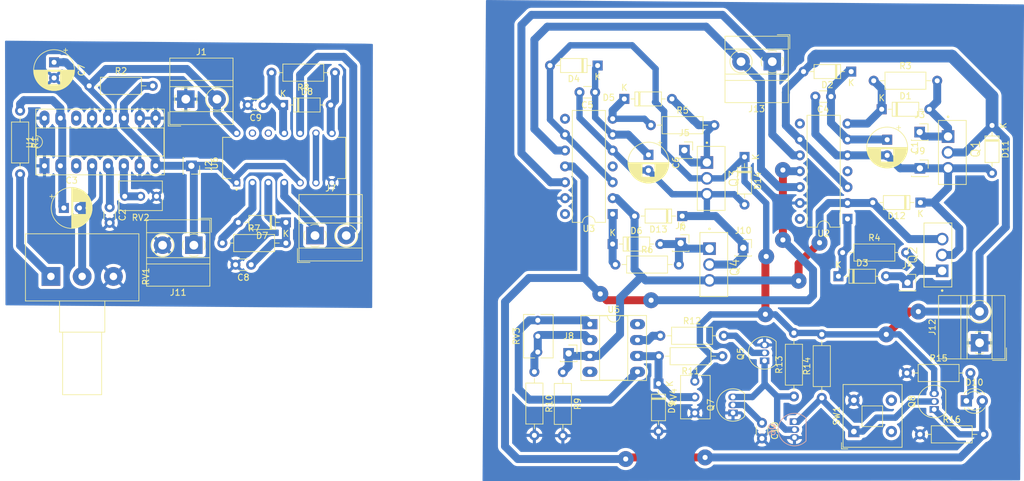
<source format=kicad_pcb>
(kicad_pcb (version 20221018) (generator pcbnew)
  (layers (0 "F.Cu" signal) (31 "B.Cu" signal) (34 "B.Paste" user) (35 "F.Paste" user) (36 "B.SilkS" user "B.Silkscreen") (37 "F.SilkS" user "F.Silkscreen") (38 "B.Mask" user) (39 "F.Mask" user) (44 "Edge.Cuts" user))
  (net 0 "")
  (net 1 "Net-(D2-K)")
  (net 2 "H1")
  (net 3 "Net-(U1-CT)")
  (net 4 "GND")
  (net 5 "5V")
  (net 6 "Net-(U1-DTC)")
  (net 7 "Net-(D4-K)")
  (net 8 "H2")
  (net 9 "12V")
  (net 10 "B")
  (net 11 "E")
  (net 12 "Net-(Q6-C)")
  (net 13 "Net-(D1-K)")
  (net 14 "Net-(D1-A)")
  (net 15 "Net-(D3-K)")
  (net 16 "Net-(D3-A)")
  (net 17 "Net-(D5-K)")
  (net 18 "Net-(D5-A)")
  (net 19 "Net-(D6-K)")
  (net 20 "Net-(D6-A)")
  (net 21 "Net-(D7-A)")
  (net 22 "Net-(D8-A)")
  (net 23 "Net-(D9-K)")
  (net 24 "Net-(D10-K)")
  (net 25 "H")
  (net 26 "Net-(Q5-C)")
  (net 27 "Net-(Q5-B)")
  (net 28 "Net-(R1-Pad2)")
  (net 29 "PWM")
  (net 30 "Net-(U5A--)")
  (net 31 "Net-(R12-Pad1)")
  (net 32 "Net-(U1-RT)")
  (net 33 "Net-(U5B-+)")
  (net 37 "PWM1")
  (net 38 "SD")
  (net 39 "PWM2")
  (net 44 "D")
  (footprint "Connector_PinSocket_2.54mm:PinSocket_1x01_P2.54mm_Vertical" (layer "F.Cu") (at 160.528 61.976)
    (fp_text reference "J10")
    (fp_text value "H2")
  )
  (footprint "Diode_THT:D_DO-35_SOD27_P7.62mm_Horizontal" (layer "F.Cu") (at 200.335 42.396 -90)
    (fp_text reference "D11")
    (fp_text value "MUR160")
  )
  (footprint "Resistor_THT:R_Axial_DIN0207_L6.3mm_D2.5mm_P10.16mm_Horizontal" (layer "F.Cu") (at 176.43225 62.73275)
    (fp_text reference "R4")
    (fp_text value "100")
  )
  (footprint "Connector_PinSocket_2.54mm:PinSocket_1x01_P2.54mm_Vertical" (layer "F.Cu") (at 186.80325 67.54475)
    (fp_text reference "J4")
    (fp_text value "Gate Q2")
  )
  (footprint "Capacitor_THT:C_Disc_D3.0mm_W1.6mm_P2.50mm" (layer "F.Cu") (at 174.57 37.778 180)
    (fp_text reference "C4")
    (fp_text value "C")
  )
  (footprint "Connector_PinSocket_2.54mm:PinSocket_1x01_P2.54mm_Vertical" (layer "F.Cu") (at 132.605 78.855)
    (fp_text reference "J8")
    (fp_text value "H")
  )
  (footprint "Connector_PinSocket_2.54mm:PinSocket_1x01_P2.54mm_Vertical" (layer "F.Cu") (at 151.115 46.355)
    (fp_text reference "J5")
    (fp_text value "Gate Q3")
  )
  (footprint "TerminalBlock_MetzConnect:TerminalBlock_MetzConnect_Type011_RT05502HBWC_1x02_P5.00mm_Horizontal" (layer "F.Cu") (at 72.65 61.55 180)
    (fp_text reference "J11")
    (fp_text value "GND/PWM")
  )
  (footprint "Diode_THT:D_DO-35_SOD27_P7.62mm_Horizontal" (layer "F.Cu") (at 188.87825 54.73175 180)
    (fp_text reference "D12")
    (fp_text value "MUR160")
  )
  (footprint "Potentiometer_THT:Potentiometer_Bourns_3266Y_Vertical" (layer "F.Cu") (at 127.6705 73.5665 90)
    (fp_text reference "RV3")
    (fp_text value "100k")
  )
  (footprint "Resistor_THT:R_Axial_DIN0207_L6.3mm_D2.5mm_P10.16mm_Horizontal" (layer "F.Cu") (at 147.27 76.04)
    (fp_text reference "R12")
    (fp_text value "R")
  )
  (footprint "Diode_THT:D_DO-35_SOD27_P7.62mm_Horizontal" (layer "F.Cu") (at 137.24375 32.81425 180)
    (fp_text reference "D4")
    (fp_text value "MUR160")
  )
  (footprint "Resistor_THT:R_Axial_DIN0207_L6.3mm_D2.5mm_P10.16mm_Horizontal" (layer "F.Cu") (at 157.19 79.31 180)
    (fp_text reference "R11")
    (fp_text value "1k")
  )
  (footprint "Resistor_THT:R_Axial_DIN0207_L6.3mm_D2.5mm_P10.16mm_Horizontal" (layer "F.Cu") (at 145.75275 42.35525)
    (fp_text reference "R5")
    (fp_text value "100")
  )
  (footprint "Resistor_THT:R_Axial_DIN0207_L6.3mm_D2.5mm_P10.16mm_Horizontal" (layer "F.Cu") (at 44.86 40.04 -90)
    (fp_text reference "R1")
    (fp_text value "???")
  )
  (footprint "TerminalBlock_MetzConnect:TerminalBlock_MetzConnect_Type011_RT05502HBWC_1x02_P5.00mm_Horizontal" (layer "F.Cu") (at 198.34 77.17 90)
    (fp_text reference "J12")
    (fp_text value "Input")
  )
  (footprint "TerminalBlock_MetzConnect:TerminalBlock_MetzConnect_Type011_RT05502HBWC_1x02_P5.00mm_Horizontal" (layer "F.Cu") (at 165.18 32.19 180)
    (fp_text reference "J13")
    (fp_text value "PWM1/PWM2")
  )
  (footprint "Diode_THT:D_DO-35_SOD27_P7.62mm_Horizontal" (layer "F.Cu") (at 182.682 39.81)
    (fp_text reference "D1")
    (fp_text value "1N4148")
  )
  (footprint "Diode_THT:D_DO-35_SOD27_P7.62mm_Horizontal" (layer "F.Cu") (at 160.73875 47.43525 -90)
    (fp_text reference "D14")
    (fp_text value "MUR160")
  )
  (footprint "Potentiometer_THT:Potentiometer_Bourns_3266Y_Vertical" (layer "F.Cu") (at 152.79 83.31 90)
    (fp_text reference "RV4")
    (fp_text value "10k")
  )
  (footprint "Capacitor_THT:C_Disc_D3.0mm_W1.6mm_P2.50mm" (layer "F.Cu") (at 136.84275 37.084629 180)
    (fp_text reference "C5")
    (fp_text value "C")
  )
  (footprint "Resistor_THT:R_Axial_DIN0207_L6.3mm_D2.5mm_P10.16mm_Horizontal" (layer "F.Cu") (at 131.68 81.86 -90)
    (fp_text reference "R9")
    (fp_text value "R_sensora")
  )
  (footprint "Resistor_THT:R_Axial_DIN0207_L6.3mm_D2.5mm_P10.16mm_Horizontal" (layer "F.Cu") (at 186.71 82)
    (fp_text reference "R15")
    (fp_text value "1k")
  )
  (footprint "Potentiometer_THT:Potentiometer_Alps_RK163_Single_Horizontal" (layer "F.Cu") (at 49.784 66.548 90)
    (fp_text reference "RV1")
    (fp_text value "Duty cicle")
  )
  (footprint "TerminalBlock_MetzConnect:TerminalBlock_MetzConnect_Type011_RT05502HBWC_1x02_P5.00mm_Horizontal" (layer "F.Cu") (at 71.36 38.19)
    (fp_text reference "J1")
    (fp_text value "Input")
  )
  (footprint "footprints:TO254P1052X465X1989-3" (layer "F.Cu") (at 193.3 46.7125 -90)
    (fp_text reference "Q1")
    (fp_text value "IRF830PBF")
  )
  (footprint "Resistor_THT:R_Axial_DIN0207_L6.3mm_D2.5mm_P10.16mm_Horizontal" (layer "F.Cu") (at 95.235 33.955 180)
    (fp_text reference "R8")
    (fp_text value "12k")
  )
  (footprint "Resistor_THT:R_Axial_DIN0207_L6.3mm_D2.5mm_P10.16mm_Horizontal" (layer "F.Cu") (at 188.81 91.81)
    (fp_text reference "R16")
    (fp_text value "1k")
  )
  (footprint "Package_TO_SOT_THT:TO-92_Inline" (layer "F.Cu") (at 158.9 88.38 90)
    (fp_text reference "Q7")
    (fp_text value "2N7000")
  )
  (footprint "footprints:TO254P1052X465X1989-3" (layer "F.Cu") (at 154.71975 50.86275 -90)
    (fp_text reference "Q3")
    (fp_text value "IRF830PBF")
  )
  (footprint "Diode_THT:D_DO-35_SOD27_P7.62mm_Horizontal" (layer "F.Cu") (at 146.98 83.7 -90)
    (fp_text reference "D9")
    (fp_text value "D_Zener")
  )
  (footprint "Capacitor_THT:CP_Radial_D6.3mm_P2.50mm" (layer "F.Cu") (at 183.561 44.681 -90)
    (fp_text reference "C1")
    (fp_text value "10u")
  )
  (footprint "Diode_THT:D_DO-35_SOD27_P7.62mm_Horizontal" (layer "F.Cu") (at 87.376 57.912 180)
    (fp_text reference "D7")
    (fp_text value "1N4148")
  )
  (footprint "Capacitor_THT:CP_Radial_D6.3mm_P2.50mm" (layer "F.Cu") (at 145.37175 47.09425 -90)
    (fp_text reference "C6")
    (fp_text value "10u")
  )
  (footprint "Capacitor_THT:C_Disc_D3.0mm_W1.6mm_P2.50mm" (layer "F.Cu") (at 81.82 64.67 180)
    (fp_text reference "C8")
    (fp_text value "500p")
  )
  (footprint "Diode_THT:D_DO-35_SOD27_P7.62mm_Horizontal" (layer "F.Cu") (at 141.51 38.15)
    (fp_text reference "D5")
    (fp_text value "1N4148")
  )
  (footprint "footprints:TO254P1052X465X1989-3" (layer "F.Cu") (at 192.35725 63.11525 90)
    (fp_text reference "Q2")
    (fp_text value "IRF830PBF")
  )
  (footprint "Resistor_THT:R_Axial_DIN0207_L6.3mm_D2.5mm_P10.16mm_Horizontal" (layer "F.Cu") (at 181.402 35.243)
    (fp_text reference "R3")
    (fp_text value "100")
  )
  (footprint "Package_DIP:DIP-14_W7.62mm" (layer "F.Cu") (at 177.211 57.341 180)
    (fp_text reference "U2")
    (fp_text value "IR2110")
  )
  (footprint "Connector_PinSocket_2.54mm:PinSocket_1x01_P2.54mm_Vertical" (layer "F.Cu") (at 188.75825 43.45975)
    (fp_text reference "J3")
    (fp_text value "Gate Q1")
  )
  (footprint "Potentiometer_THT:Potentiometer_Bourns_3266Y_Vertical" (layer "F.Cu") (at 61.595 53.735 180)
    (fp_text reference "RV2")
    (fp_text value "Frecuencia")
  )
  (footprint "Package_DIP:DIP-14_W7.62mm" (layer "F.Cu") (at 139.64675 56.56825 180)
    (fp_text reference "U3")
    (fp_text value "IR2110")
  )
  (footprint "Capacitor_THT:C_Disc_D3.0mm_W1.6mm_P2.50mm" (layer "F.Cu") (at 59.18 55.47 -90)
    (fp_text reference "C2")
    (fp_text value "C")
  )
  (footprint "Diode_THT:D_DO-35_SOD27_P7.62mm_Horizontal" (layer "F.Cu") (at 86.928 39.121)
    (fp_text reference "D8")
    (fp_text value "1N4148")
  )
  (footprint "Diode_THT:D_DO-35_SOD27_P7.62mm_Horizontal" (layer "F.Cu") (at 175.76 66.52)
    (fp_text reference "D3")
    (fp_text value "1N4148")
  )
  (footprint "Capacitor_THT:CP_Radial_D6.3mm_P2.50mm" (layer "F.Cu") (at 50.292 32.298 -90)
    (fp_text reference "C7")
    (fp_text value "100u")
  )
  (footprint "Diode_THT:D_DO-35_SOD27_P7.62mm_Horizontal" (layer "F.Cu") (at 139.64 61.37)
    (fp_text reference "D6")
    (fp_text value "1N4148")
  )
  (footprint "Resistor_THT:R_Axial_DIN0207_L6.3mm_D2.5mm_P10.16mm_Horizontal" (layer "F.Cu") (at 55.91 36.06)
    (fp_text reference "R2")
    (fp_text value "10k")
  )
  (footprint "Resistor_THT:R_Axial_DIN0207_L6.3mm_D2.5mm_P10.16mm_Horizontal" (layer "F.Cu") (at 77.216 61.214)
    (fp_text reference "R7")
    (fp_text value "12k")
  )
  (footprint "Button_Switch_THT:SW_Push_2P1T_Toggle_CK_PVA1xxH1xxxxxxV2" (layer "F.Cu") (at 178.23 91.36 90)
    (fp_text reference "SW1")
    (fp_text value "SW_Push")
  )
  (footprint "Connector_PinSocket_2.54mm:PinSocket_1x01_P2.54mm_Vertical" (layer "F.Cu") (at 72.252 48.854 -90)
    (fp_text reference "J2")
    (fp_text value "PWM")
  )
  (footprint "Connector_PinSocket_2.54mm:PinSocket_1x01_P2.54mm_Vertical" (layer "F.Cu") (at 150.52 61.214)
    (fp_text reference "J6")
    (fp_text value "Gate Q4")
  )
  (footprint "LED_THT:LED_D3.0mm" (layer "F.Cu") (at 196.23 86.46)
    (fp_text reference "D10")
    (fp_text value "LED")
  )
  (footprint "Resistor_THT:R_Axial_DIN0207_L6.3mm_D2.5mm_P10.16mm_Horizontal" (layer "F.Cu") (at 168.64 85.75 90)
    (fp_text reference "R13")
    (fp_text value "10k")
  )
  (footprint "Diode_THT:D_DO-35_SOD27_P7.62mm_Horizontal" (layer "F.Cu") (at 177.8 33.782 180)
    (fp_text reference "D2")
    (fp_text value "MUR160")
  )
  (footprint "Capacitor_THT:C_Disc_D3.0mm_W1.6mm_P2.50mm" (layer "F.Cu") (at 163.53 89.97 -90)
    (fp_text reference "C10")
    (fp_text value "100n")
  )
  (footprint "Resistor_THT:R_Axial_DIN0207_L6.3mm_D2.5mm_P10.16mm_Horizontal" (layer "F.Cu") (at 127.1245 81.8065 -90)
    (fp_text reference "R10")
    (fp_text value "1k")
  )
  (footprint "footprints:TO254P1052X465X1989-3" (layer "F.Cu") (at 155.138 64.6445 -90)
    (fp_text reference "Q4")
    (fp_text value "IRF830PBF")
  )
  (footprint "Capacitor_THT:C_Disc_D3.0mm_W1.6mm_P2.50mm" (layer "F.Cu") (at 83.785 39.121 180)
    (fp_text reference "C9")
    (fp_text value "500p")
  )
  (footprint "Connector_PinSocket_2.54mm:PinSocket_1x01_P2.54mm_Vertical" (layer "F.Cu") (at 188.79325 49.25475)
    (fp_text reference "J9")
    (fp_text value "H1")
  )
  (footprint "Resistor_THT:R_Axial_DIN0207_L6.3mm_D2.5mm_P10.16mm_Horizontal" (layer "F.Cu") (at 173.1 85.98 90)
    (fp_text reference "R14")
    (fp_text value "10k")
  )
  (footprint "Resistor_THT:R_Axial_DIN0207_L6.3mm_D2.5mm_P10.16mm_Horizontal" (layer "F.Cu") (at 140.08 64.65)
    (fp_text reference "R6")
    (fp_text value "100")
  )
  (footprint "TerminalBlock_MetzConnect:TerminalBlock_MetzConnect_Type011_RT05502HBWC_1x02_P5.00mm_Horizontal" (layer "F.Cu") (at 92.03 60.01)
    (fp_text reference "J7")
    (fp_text value "Output")
  )
  (footprint "footprints:DIP794W45P254L1969H508Q14" (layer "F.Cu") (at 87.107 47.597 90)
    (fp_text reference "U6")
    (fp_text value "CD40106BE")
  )
  (footprint "Package_TO_SOT_THT:TO-92_Inline" (layer "F.Cu") (at 191.08 87.83 90)
    (fp_text reference "Q8")
    (fp_text value "2N7000")
  )
  (footprint "Package_DIP:DIP-16_W7.62mm_Socket_LongPads" (layer "F.Cu") (at 48.757 48.854 90)
    (fp_text reference "U1")
    (fp_text value "TL494")
  )
  (footprint "Capacitor_THT:CP_Radial_D6.3mm_P2.50mm" (layer "F.Cu") (at 51.855 55.595)
    (fp_text reference "C3")
    (fp_text value "10u")
  )
  (footprint "Diode_THT:D_DO-35_SOD27_P7.62mm_Horizontal" (layer "F.Cu") (at 150.77 56.896 180)
    (fp_text reference "D13")
    (fp_text value "MUR160")
  )
  (footprint "Package_TO_SOT_THT:TO-92_Inline" (layer "F.Cu") (at 163.95 80.05 90)
    (fp_text reference "Q5")
    (fp_text value "BC337")
  )
  (footprint "Package_DIP:DIP-8_W7.62mm_Socket_LongPads" (layer "F.Cu") (at 136.0005 74.1865)
    (fp_text reference "U5")
    (fp_text value "LM358")
  )
  (footprint "Package_TO_SOT_THT:TO-92_Inline" (layer "B.Cu") (at 168.73 89.78 -90)
    (fp_text reference "Q6")
    (fp_text value "BC337")
  )
  (segment (start 174.57 42) (end 177.211 44.641) (width 1.27) (layer "B.Cu") (net 1))
  (segment (start 183.521 44.641) (end 183.561 44.681) (width 1.27) (layer "B.Cu") (net 1))
  (segment (start 174.57 37.778) (end 174.57 36.528) (width 1.27) (layer "B.Cu") (net 1))
  (segment (start 177.211 44.641) (end 183.521 44.641) (width 1.27) (layer "B.Cu") (net 1))
  (segment (start 174.57 37.778) (end 174.57 42) (width 1.27) (layer "B.Cu") (net 1))
  (segment (start 174.57 36.528) (end 177.316 33.782) (width 1.27) (layer "B.Cu") (net 1))
  (segment (start 177.316 33.782) (end 177.8 33.782) (width 1.27) (layer "B.Cu") (net 1))
  (segment (start 194.08375 63.11525) (end 192.35725 63.11525) (width 1.27) (layer "B.Cu") (net 2))
  (segment (start 193.3 49.2525) (end 193.3 52.38) (width 1.27) (layer "B.Cu") (net 2))
  (segment (start 185.63475 49.25475) (end 193.29775 49.25475) (width 1.27) (layer "B.Cu") (net 2))
  (segment (start 193.29775 49.25475) (end 193.3 49.2525) (width 1.27) (layer "B.Cu") (net 2))
  (segment (start 177.211 47.181) (end 183.561 47.181) (width 1.27) (layer "B.Cu") (net 2))
  (segment (start 193.3 52.38) (end 190.94825 54.73175) (width 1.27) (layer "B.Cu") (net 2))
  (segment (start 175.484 47.181) (end 177.211 47.181) (width 1.27) (layer "B.Cu") (net 2))
  (segment (start 199.5715 49.2525) (end 200.335 50.016) (width 1.27) (layer "B.Cu") (net 2))
  (segment (start 188.87825 54.73175) (end 190.94825 54.73175) (width 1.27) (layer "B.Cu") (net 2))
  (segment (start 172.07 37.778) (end 172.07 43.767) (width 1.27) (layer "B.Cu") (net 2))
  (segment (start 195.10125 62.09775) (end 194.08375 63.11525) (width 1.27) (layer "B.Cu") (net 2))
  (segment (start 172.07 43.767) (end 175.484 47.181) (width 1.27) (layer "B.Cu") (net 2))
  (segment (start 195.10125 58.88475) (end 195.10125 62.09775) (width 1.27) (layer "B.Cu") (net 2))
  (segment (start 193.3 49.2525) (end 199.5715 49.2525) (width 1.27) (layer "B.Cu") (net 2))
  (segment (start 190.94825 54.73175) (end 195.10125 58.88475) (width 1.27) (layer "B.Cu") (net 2))
  (segment (start 193.19625 49.35625) (end 193.3 49.2525) (width 1.27) (layer "B.Cu") (net 2))
  (segment (start 183.561 47.181) (end 185.63475 49.25475) (width 1.27) (layer "B.Cu") (net 2))
  (segment (start 59.222 49.339) (end 59.222 55.428) (width 1.27) (layer "B.Cu") (net 3))
  (segment (start 59.222 55.428) (end 59.18 55.47) (width 1.27) (layer "B.Cu") (net 3))
  (segment (start 50.038 38.354) (end 51.297 39.613) (width 1.27) (layer "B.Cu") (net 5))
  (segment (start 45.466 38.354) (end 50.038 38.354) (width 1.27) (layer "B.Cu") (net 5))
  (segment (start 44.86 40.04) (end 44.86 38.96) (width 1.27) (layer "B.Cu") (net 5))
  (segment (start 51.602 41.719) (end 51.602 49.339) (width 1.27) (layer "B.Cu") (net 5))
  (segment (start 44.86 38.96) (end 45.466 38.354) (width 1.27) (layer "B.Cu") (net 5))
  (segment (start 51.602 49.339) (end 51.602 54.495) (width 1.27) (layer "B.Cu") (net 5))
  (segment (start 51.297 39.613) (end 51.297 41.234) (width 1.27) (layer "B.Cu") (net 5))
  (segment (start 51.602 54.495) (end 51.602 55.342) (width 1.27) (layer "B.Cu") (net 5))
  (segment (start 51.602 55.342) (end 51.855 55.595) (width 1.27) (layer "B.Cu") (net 5))
  (segment (start 54.784 66.548) (end 54.784 56.024) (width 1.27) (layer "B.Cu") (net 6))
  (segment (start 56.377 48.854) (end 56.377 53.573) (width 1.27) (layer "B.Cu") (net 6))
  (segment (start 54.784 56.024) (end 54.355 55.595) (width 1.27) (layer "B.Cu") (net 6))
  (segment (start 56.377 53.573) (end 54.355 55.595) (width 1.27) (layer "B.Cu") (net 6))
  (segment (start 136.84275 41.127871) (end 139.64675 43.931871) (width 1.016) (layer "B.Cu") (net 7))
  (segment (start 136.84275 37.14825) (end 136.84275 33.278871) (width 1.016) (layer "B.Cu") (net 7))
  (segment (start 142.14575 43.86825) (end 145.37175 47.09425) (width 1.27) (layer "B.Cu") (net 7))
  (segment (start 136.84275 37.14825) (end 136.84275 41.127871) (width 1.016) (layer "B.Cu") (net 7))
  (segment (start 139.64675 43.86825) (end 142.14575 43.86825) (width 1.27) (layer "B.Cu") (net 7))
  (segment (start 136.84275 33.278871) (end 137.24375 32.877871) (width 1.016) (layer "B.Cu") (net 7))
  (segment (start 154.71975 53.40275) (end 154.71975 56.75625) (width 1.016) (layer "B.Cu") (net 8))
  (segment (start 154.71975 56.75625) (end 154.58 56.896) (width 1.016) (layer "B.Cu") (net 8))
  (segment (start 134.34275 37.14825) (end 134.34275 41.167871) (width 1.016) (layer "B.Cu") (net 8))
  (segment (start 159.1295 64.6445) (end 155.138 64.6445) (width 1.27) (layer "B.Cu") (net 8))
  (segment (start 160.528 61.308) (end 160.528 61.976) (width 1.27) (layer "B.Cu") (net 8))
  (segment (start 145.37175 49.59425) (end 149.18175 53.40425) (width 1.016) (layer "B.Cu") (net 8))
  (segment (start 149.18175 53.40425) (end 149.68975 53.40425) (width 1.016) (layer "B.Cu") (net 8))
  (segment (start 134.34275 41.167871) (end 139.64675 46.471871) (width 1.016) (layer "B.Cu") (net 8))
  (segment (start 149.69125 53.40275) (end 154.71975 53.40275) (width 1.016) (layer "B.Cu") (net 8))
  (segment (start 160.528 61.976) (end 160.528 63.246) (width 1.27) (layer "B.Cu") (net 8))
  (segment (start 160.528 63.246) (end 159.1295 64.6445) (width 1.27) (layer "B.Cu") (net 8))
  (segment (start 150.77 56.896) (end 154.58 56.896) (width 1.27) (layer "B.Cu") (net 8))
  (segment (start 159.08625 53.40275) (end 160.73875 55.05525) (width 1.016) (layer "B.Cu") (net 8))
  (segment (start 149.68975 53.40425) (end 149.69125 53.40275) (width 1.016) (layer "B.Cu") (net 8))
  (segment (start 154.71975 53.40275) (end 159.08625 53.40275) (width 1.016) (layer "B.Cu") (net 8))
  (segment (start 142.83275 49.59425) (end 145.37175 49.59425) (width 1.016) (layer "B.Cu") (net 8))
  (segment (start 156.116 56.896) (end 160.528 61.308) (width 1.27) (layer "B.Cu") (net 8))
  (segment (start 139.64675 46.40825) (end 142.83275 49.59425) (width 1.016) (layer "B.Cu") (net 8))
  (segment (start 154.58 56.896) (end 156.116 56.896) (width 1.27) (layer "B.Cu") (net 8))
  (segment (start 183.42 75.82) (end 183.46 75.82) (width 1.27) (layer "F.Cu") (net 9))
  (segment (start 183.46 75.82) (end 187.11 72.17) (width 1.27) (layer "F.Cu") (net 9))
  (segment (start 164.08 72.6) (end 164.08 63.48) (width 1.27) (layer "F.Cu") (net 9))
  (segment (start 164.08 63.48) (end 164.21 63.35) (width 1.27) (layer "F.Cu") (net 9))
  (segment (start 187.11 72.17) (end 188.55 72.17) (width 1.27) (layer "F.Cu") (net 9))
  (via (at 183.42 75.82) (size 2.54) (drill 0.8128) (layers "F.Cu" "B.Cu") (net 9))
  (via (at 164.08 72.6) (size 2.54) (drill 0.8128) (layers "F.Cu" "B.Cu") (net 9))
  (via (at 164.21 63.35) (size 2.54) (drill 0.8128) (layers "F.Cu" "B.Cu") (net 9))
  (via (at 188.55 72.17) (size 2.54) (drill 0.8128) (layers "F.Cu" "B.Cu") (net 9))
  (segment (start 200.335 37.742) (end 200.335 42.396) (width 2.032) (layer "B.Cu") (net 9))
  (segment (start 167.8 42.85) (end 168.595 43.645) (width 1.27) (layer "B.Cu") (net 9))
  (segment (start 202.54 58.66) (end 202.54 44.601) (width 1.27) (layer "B.Cu") (net 9))
  (segment (start 193.894 31.301) (end 200.335 37.742) (width 2.032) (layer "B.Cu") (net 9))
  (segment (start 188.55 72.17) (end 198.34 72.17) (width 1.27) (layer "B.Cu") (net 9))
  (segment (start 171.804 32.158) (end 170.18 33.782) (width 1.27) (layer "B.Cu") (net 9))
  (segment (start 165.68 72.63) (end 168.64 75.59) (width 1.016) (layer "B.Cu") (net 9))
  (segment (start 154.546629 50.35625) (end 154.59275 50.402371) (width 1.016) (layer "B.Cu") (net 9))
  (segment (start 185.47 75.82) (end 189.135 79.485) (width 1.016) (layer "B.Cu") (net 9))
  (segment (start 55.91 36.06) (end 52.148 32.298) (width 1.27) (layer "B.Cu") (net 9))
  (segment (start 154.64 73.31) (end 155.32 72.63) (width 1.016) (layer "B.Cu") (net 9))
  (segment (start 157.19 79.31) (end 155.47 79.31) (width 1.016) (layer "B.Cu") (net 9))
  (segment (start 153.67 74.28) (end 154.64 73.31) (width 1.016) (layer "B.Cu") (net 9))
  (segment (start 169.591 44.641) (end 168.595 43.645) (width 1.27) (layer "B.Cu") (net 9))
  (segment (start 154.71975 50.86275) (end 152.127615 50.86275) (width 1.016) (layer "B.Cu") (net 9))
  (segment (start 132.858 29.58) (end 129.62375 32.81425) (width 1.016) (layer "B.Cu") (net 9))
  (segment (start 153.6 77.44) (end 153.6 74.28) (width 1.016) (layer "B.Cu") (net 9))
  (segment (start 169.591 44.641) (end 177.211 52.261) (width 1.27) (layer "B.Cu") (net 9))
  (segment (start 55.91 36.06) (end 58.61 33.36) (width 1.27) (layer "B.Cu") (net 9))
  (segment (start 136.62425 48.46575) (end 135.51 47.3515) (width 1.016) (layer "B.Cu") (net 9))
  (segment (start 58.949 39.465) (end 58.949 41.632) (width 1.016) (layer "B.Cu") (net 9))
  (segment (start 56.014 36.164) (end 55.91 36.06) (width 1.27) (layer "B.Cu") (net 9))
  (segment (start 198.34 72.17) (end 198.34 62.86) (width 1.27) (layer "B.Cu") (net 9))
  (segment (start 154.71975 50.86275) (end 157.31125 50.86275) (width 1.016) (layer "B.Cu") (net 9))
  (segment (start 198.34 62.86) (end 202.54 58.66) (width 1.27) (layer "B.Cu") (net 9))
  (segment (start 157.31125 50.86275) (end 160.73875 47.43525) (width 1.016) (layer "B.Cu") (net 9))
  (segment (start 160.73875 51.37875) (end 160.73875 47.43525) (width 1.016) (layer "B.Cu") (net 9))
  (segment (start 202.54 44.601) (end 200.335 42.396) (width 1.27) (layer "B.Cu") (net 9))
  (segment (start 135.51 47.3515) (end 132.02675 43.86825) (width 1.016) (layer "B.Cu") (net 9))
  (segment (start 164.21 63.35) (end 164.21 54.85) (width 1.016) (layer "B.Cu") (net 9))
  (segment (start 173.1 75.82) (end 185.47 75.82) (width 1.016) (layer "B.Cu") (net 9))
  (segment (start 129.62375 32.81425) (end 129.62375 41.46525) (width 1.016) (layer "B.Cu") (net 9))
  (segment (start 172.177 31.301) (end 193.894 31.301) (width 2.032) (layer "B.Cu") (net 9))
  (segment (start 52.148 32.298) (end 51.776 32.298) (width 1.27) (layer "B.Cu") (net 9))
  (segment (start 129.62375 41.46525) (end 132.02675 43.86825) (width 1.016) (layer "B.Cu") (net 9))
  (segment (start 191.08 85.29) (end 191.08 81.43) (width 1.016) (layer "B.Cu") (net 9))
  (segment (start 164.19 72.63) (end 165.68 72.63) (width 1.016) (layer "B.Cu") (net 9))
  (segment (start 168.64 75.59) (end 172.87 75.59) (width 1.016) (layer "B.Cu") (net 9))
  (segment (start 152.79 81.99) (end 155.47 79.31) (width 1.016) (layer "B.Cu") (net 9))
  (segment (start 167.386 36.576) (end 170.18 33.782) (width 1.27) (layer "B.Cu") (net 9))
  (segment (start 164.13 72.63) (end 164.19 72.63) (width 1.016) (layer "B.Cu") (net 9))
  (segment (start 139.64675 51.48825) (end 136.62425 48.46575) (width 1.016) (layer "B.Cu") (net 9))
  (segment (start 147.88 46.615135) (end 147.88 40.12) (width 1.016) (layer "B.Cu") (net 9))
  (segment (start 171.804 31.674) (end 172.177 31.301) (width 2.032) (layer "B.Cu") (net 9))
  (segment (start 200.335 42.396) (end 196.0185 46.7125) (width 1.27) (layer "B.Cu") (net 9))
  (segment (start 146.52 33.34) (end 142.76 29.58) (width 1.016) (layer "B.Cu") (net 9))
  (segment (start 55.942 36.458) (end 58.949 39.465) (width 1.016) (layer "B.Cu") (net 9))
  (segment (start 71.51 33.36) (end 76.36 38.21) (width 1.27) (layer "B.Cu") (net 9))
  (segment (start 58.61 33.36) (end 71.51 33.36) (width 1.27) (layer "B.Cu") (net 9))
  (segment (start 155.32 72.63) (end 164.13 72.63) (width 1.016) (layer "B.Cu") (net 9))
  (segment (start 142.76 29.58) (end 132.858 29.58) (width 1.016) (layer "B.Cu") (net 9))
  (segment (start 167.351 37.119) (end 167.386 37.084) (width 1.27) (layer "B.Cu") (net 9))
  (segment (start 147.88 40.12) (end 146.42 38.66) (width 1.016) (layer "B.Cu") (net 9))
  (segment (start 196.0185 46.7125) (end 193.3 46.7125) (width 1.27) (layer "B.Cu") (net 9))
  (segment (start 51.776 32.298) (end 50.292 32.298) (width 1.27) (layer "B.Cu") (net 9))
  (segment (start 76.36 38.21) (end 76.36 40.5) (width 1.27) (layer "B.Cu") (net 9))
  (segment (start 171.804 32.158) (end 171.804 31.674) (width 2.032) (layer "B.Cu") (net 9))
  (segment (start 172.87 75.59) (end 173.1 75.82) (width 1.016) (layer "B.Cu") (net 9))
  (segment (start 167.386 37.084) (end 167.386 36.576) (width 1.27) (layer "B.Cu") (net 9))
  (segment (start 152.79 83.31) (end 152.79 81.99) (width 1.016) (layer "B.Cu") (net 9))
  (segment (start 76.36 40.5) (end 79.487 43.627) (width 1.27) (layer "B.Cu") (net 9))
  (segment (start 155.47 79.31) (end 153.6 77.44) (width 1.016) (layer "B.Cu") (net 9))
  (segment (start 168.595 43.645) (end 167.351 42.401) (width 1.27) (layer "B.Cu") (net 9))
  (segment (start 164.21 54.85) (end 160.73875 51.37875) (width 1.016) (layer "B.Cu") (net 9))
  (segment (start 152.127615 50.86275) (end 147.88 46.615135) (width 1.016) (layer "B.Cu") (net 9))
  (segment (start 146.42 38.66) (end 146.52 38.56) (width 1.016) (layer "B.Cu") (net 9))
  (segment (start 153.6 74.28) (end 153.67 74.28) (width 1.016) (layer "B.Cu") (net 9))
  (segment (start 189.135 79.485) (end 191.08 81.43) (width 1.016) (layer "B.Cu") (net 9))
  (segment (start 51.816 32.258) (end 51.776 32.298) (width 1.27) (layer "B.Cu") (net 9))
  (segment (start 167.351 42.401) (end 167.351 37.119) (width 1.27) (layer "B.Cu") (net 9))
  (segment (start 146.52 38.56) (end 146.52 33.34) (width 1.016) (layer "B.Cu") (net 9))
  (segment (start 84.567 56.881) (end 84.567 51.567) (width 1.27) (layer "B.Cu") (net 10))
  (segment (start 87.376 61.214) (end 87.376 57.912) (width 1.27) (layer "B.Cu") (net 10))
  (segment (start 87.376 61.214) (end 85.276 61.214) (width 1.27) (layer "B.Cu") (net 10))
  (segment (start 85.276 61.214) (end 81.82 64.67) (width 1.27) (layer "B.Cu") (net 10))
  (segment (start 85.598 57.912) (end 84.567 56.881) (width 1.27) (layer "B.Cu") (net 10))
  (segment (start 87.376 57.912) (end 85.598 57.912) (width 1.27) (layer "B.Cu") (net 10))
  (segment (start 85.075 33.955) (end 85.075 37.831) (width 1.27) (layer "B.Cu") (net 11))
  (segment (start 85.075 37.831) (end 83.785 39.121) (width 1.27) (layer "B.Cu") (net 11))
  (segment (start 86.928 43.448) (end 87.107 43.627) (width 1.27) (layer "B.Cu") (net 11))
  (segment (start 86.928 39.121) (end 86.365 39.121) (width 1.27) (layer "B.Cu") (net 11))
  (segment (start 86.365 39.121) (end 85.075 37.831) (width 1.27) (layer "B.Cu") (net 11))
  (segment (start 86.928 39.121) (end 86.928 43.448) (width 1.27) (layer "B.Cu") (net 11))
  (segment (start 158.9 87.11) (end 160.67 87.11) (width 1.016) (layer "B.Cu") (net 12))
  (segment (start 187.44 86.56) (end 184.86 89.14) (width 1.016) (layer "B.Cu") (net 12))
  (segment (start 179.65 91.36) (end 178.23 91.36) (width 1.016) (layer "B.Cu") (net 12))
  (segment (start 168.73 89.78) (end 169.3 89.78) (width 1.016) (layer "B.Cu") (net 12))
  (segment (start 160.67 87.11) (end 163.53 89.97) (width 1.016) (layer "B.Cu") (net 12))
  (segment (start 173.1 86.23) (end 178.23 91.36) (width 1.016) (layer "B.Cu") (net 12))
  (segment (start 184.86 89.14) (end 181.87 89.14) (width 1.016) (layer "B.Cu") (net 12))
  (segment (start 181.87 89.14) (end 179.65 91.36) (width 1.016) (layer "B.Cu") (net 12))
  (segment (start 191.08 86.56) (end 187.44 86.56) (width 1.016) (layer "B.Cu") (net 12))
  (segment (start 169.3 89.78) (end 173.1 85.98) (width 1.016) (layer "B.Cu") (net 12))
  (segment (start 173.1 85.98) (end 173.1 86.23) (width 1.016) (layer "B.Cu") (net 12))
  (segment (start 182.682 39.81) (end 182.682 36.523) (width 1.27) (layer "B.Cu") (net 13))
  (segment (start 182.682 36.523) (end 181.402 35.243) (width 1.27) (layer "B.Cu") (net 13))
  (segment (start 180.391 42.101) (end 182.682 39.81) (width 1.27) (layer "B.Cu") (net 13))
  (segment (start 177.211 42.101) (end 180.391 42.101) (width 1.27) (layer "B.Cu") (net 13))
  (segment (start 193.3 44.1725) (end 193.3 42.808) (width 1.27) (layer "B.Cu") (net 14))
  (segment (start 191.562 38.55) (end 190.302 39.81) (width 1.27) (layer "B.Cu") (net 14))
  (segment (start 189.471 44.1725) (end 193.3 44.1725) (width 1.27) (layer "B.Cu") (net 14))
  (segment (start 193.3 42.808) (end 190.302 39.81) (width 1.27) (layer "B.Cu") (net 14))
  (segment (start 188.75825 43.45975) (end 189.471 44.1725) (width 1.27) (layer "B.Cu") (net 14))
  (segment (start 191.562 35.243) (end 191.562 38.55) (width 1.27) (layer "B.Cu") (net 14))
  (segment (start 175.76 66.52) (end 176.43825 65.84175) (width 1.27) (layer "B.Cu") (net 15))
  (segment (start 176.43825 65.84175) (end 176.43825 62.73875) (width 1.27) (layer "B.Cu") (net 15))
  (segment (start 176.43825 62.73875) (end 176.43225 62.73275) (width 1.27) (layer "B.Cu") (net 15))
  (segment (start 177.211 57.341) (end 177.211 61.954) (width 1.27) (layer "B.Cu") (net 15))
  (segment (start 177.211 61.954) (end 176.43225 62.73275) (width 1.27) (layer "B.Cu") (net 15))
  (segment (start 186.59225 62.73275) (end 189.51475 65.65525) (width 1.27) (layer "B.Cu") (net 16))
  (segment (start 186.68825 67.65975) (end 186.80325 67.54475) (width 1.27) (layer "B.Cu") (net 16))
  (segment (start 186.80325 67.22375) (end 188.37175 65.65525) (width 1.27) (layer "B.Cu") (net 16))
  (segment (start 186.80325 67.54475) (end 186.80325 67.22375) (width 1.27) (layer "B.Cu") (net 16))
  (segment (start 189.51475 65.65525) (end 192.35725 65.65525) (width 1.27) (layer "B.Cu") (net 16))
  (segment (start 188.37175 65.65525) (end 192.35725 65.65525) (width 1.27) (layer "B.Cu") (net 16))
  (segment (start 183.38 66.52) (end 185.7785 66.52) (width 1.27) (layer "B.Cu") (net 16))
  (segment (start 185.7785 66.52) (end 186.80325 67.54475) (width 1.27) (layer "B.Cu") (net 16))
  (segment (start 139.64675 40.01325) (end 141.51 38.15) (width 1.27) (layer "B.Cu") (net 17))
  (segment (start 139.64675 41.32825) (end 139.64675 40.01325) (width 1.27) (layer "B.Cu") (net 17))
  (segment (start 144.72575 41.32825) (end 145.75275 42.35525) (width 1.016) (layer "B.Cu") (net 17))
  (segment (start 139.64675 41.32825) (end 144.72575 41.32825) (width 1.016) (layer "B.Cu") (net 17))
  (segment (start 152.32275 48.32275) (end 151.115 47.115) (width 1.27) (layer "B.Cu") (net 18))
  (segment (start 149.13 38.15) (end 152.6 41.62) (width 1.27) (layer "B.Cu") (net 18))
  (segment (start 152.65 41.62) (end 153.38525 42.35525) (width 1.27) (layer "B.Cu") (net 18))
  (segment (start 154.71975 48.32275) (end 154.71975 43.54825) (width 1.016) (layer "B.Cu") (net 18))
  (segment (start 154.71975 48.32275) (end 152.32275 48.32275) (width 1.27) (layer "B.Cu") (net 18))
  (segment (start 151.115 47.115) (end 151.115 46.355) (width 1.27) (layer "B.Cu") (net 18))
  (segment (start 152.6 41.62) (end 152.65 41.62) (width 1.27) (layer "B.Cu") (net 18))
  (segment (start 153.38525 42.35525) (end 155.91275 42.35525) (width 1.27) (layer "B.Cu") (net 18))
  (segment (start 154.71975 43.54825) (end 155.91275 42.35525) (width 1.016) (layer "B.Cu") (net 18))
  (segment (start 139.64675 61.36325) (end 139.64 61.37) (width 1.27) (layer "B.Cu") (net 19))
  (segment (start 139.64 64.21) (end 140.08 64.65) (width 1.27) (layer "B.Cu") (net 19))
  (segment (start 139.64 61.37) (end 139.64 64.21) (width 1.27) (layer "B.Cu") (net 19))
  (segment (start 139.64675 56.56825) (end 139.64675 61.36325) (width 1.27) (layer "B.Cu") (net 19))
  (segment (start 150.52 61.214) (end 150.52 61.48) (width 1.27) (layer "B.Cu") (net 20))
  (segment (start 150.41 61.37) (end 150.52 61.48) (width 1.27) (layer "B.Cu") (net 20))
  (segment (start 155.138 62.1045) (end 151.4105 62.1045) (width 1.27) (layer "B.Cu") (net 20))
  (segment (start 150.24 61.494) (end 150.52 61.214) (width 1.27) (layer "B.Cu") (net 20))
  (segment (start 150.24 64.65) (end 150.24 61.494) (width 1.27) (layer "B.Cu") (net 20))
  (segment (start 151.4105 62.1045) (end 150.52 61.214) (width 1.27) (layer "B.Cu") (net 20))
  (segment (start 147.26 61.37) (end 150.41 61.37) (width 1.27) (layer "B.Cu") (net 20))
  (segment (start 77.216 60.452) (end 79.756 57.912) (width 1.27) (layer "B.Cu") (net 21))
  (segment (start 82.027 55.641) (end 79.756 57.912) (width 1.27) (layer "B.Cu") (net 21))
  (segment (start 82.027 51.567) (end 82.027 55.641) (width 1.27) (layer "B.Cu") (net 21))
  (segment (start 77.216 61.214) (end 77.216 60.452) (width 1.27) (layer "B.Cu") (net 21))
  (segment (start 94.548 43.448) (end 94.727 43.627) (width 1.27) (layer "B.Cu") (net 22))
  (segment (start 95.235 33.955) (end 95.235 38.434) (width 1.27) (layer "B.Cu") (net 22))
  (segment (start 94.548 39.121) (end 94.548 43.448) (width 1.27) (layer "B.Cu") (net 22))
  (segment (start 95.235 38.434) (end 94.548 39.121) (width 1.27) (layer "B.Cu") (net 22))
  (segment (start 147.03 79.31) (end 143.664 79.31) (width 1.27) (layer "B.Cu") (net 23))
  (segment (start 152.79 85.85) (end 149.13 85.85) (width 1.27) (layer "B.Cu") (net 23))
  (segment (start 146.98 83.7) (end 146.98 79.36) (width 1.27) (layer "B.Cu") (net 23))
  (segment (start 143.664 79.31) (end 143.6205 79.2665) (width 1.27) (layer "B.Cu") (net 23))
  (segment (start 149.13 85.85) (end 146.98 83.7) (width 1.27) (layer "B.Cu") (net 23))
  (segment (start 146.98 79.36) (end 147.03 79.31) (width 1.27) (layer "B.Cu") (net 23))
  (segment (start 196.87 82) (end 196.87 85.82) (width 1.016) (layer "B.Cu") (net 24))
  (segment (start 196.87 85.82) (end 196.23 86.46) (width 1.016) (layer "B.Cu") (net 24))
  (segment (start 169.39 67.25) (end 169.39 64.5) (width 1.27) (layer "F.Cu") (net 25))
  (segment (start 169.39 64.5) (end 172.74 61.15) (width 1.27) (layer "F.Cu") (net 25))
  (via (at 172.74 61.15) (size 2.54) (drill 0.8128) (layers "F.Cu" "B.Cu") (net 25))
  (via (at 169.39 67.25) (size 2.54) (drill 0.8128) (layers "F.Cu" "B.Cu") (net 25))
  (segment (start 132.605 80.935) (end 131.68 81.86) (width 1.27) (layer "B.Cu") (net 25))
  (segment (start 144.9145 67.1845) (end 144.245 66.515) (width 1.27) (layer "B.Cu") (net 25))
  (segment (start 140.83 69.99) (end 144.245 66.575) (width 1.27) (layer "B.Cu") (net 25))
  (segment (start 139.64675 54.02825) (end 140.28225 54.02825) (width 1.27) (layer "B.Cu") (net 25))
  (segment (start 155.138 67.1845) (end 169.3245 67.1845) (width 1.27) (layer "B.Cu") (net 25))
  (segment (start 133.0165 79.2665) (end 132.605 78.855) (width 1.27) (layer "B.Cu") (net 25))
  (segment (start 137.3535 79.2665) (end 140.83 75.79) (width 1.27) (layer "B.Cu") (net 25))
  (segment (start 172.75 61.54) (end 172.75 56.25) (width 1.27) (layer "B.Cu") (net 25))
  (segment (start 140.83 75.79) (end 140.83 69.99) (width 1.27) (layer "B.Cu") (net 25))
  (segment (start 136.0005 79.2665) (end 133.0165 79.2665) (width 1.27) (layer "B.Cu") (net 25))
  (segment (start 174.199 54.801) (end 177.211 54.801) (width 1.27) (layer "B.Cu") (net 25))
  (segment (start 187.10175 60.57525) (end 181.25825 54.73175) (width 1.27) (layer "B.Cu") (net 25))
  (segment (start 155.138 67.1845) (end 144.9145 67.1845) (width 1.27) (layer "B.Cu") (net 25))
  (segment (start 140.28225 54.02825) (end 143.15 56.896) (width 1.27) (layer "B.Cu") (net 25))
  (segment (start 143.15 65.42) (end 143.15 56.896) (width 1.27) (layer "B.Cu") (net 25))
  (segment (start 144.245 66.515) (end 143.15 65.42) (width 1.27) (layer "B.Cu") (net 25))
  (segment (start 172.75 56.25) (end 174.199 54.801) (width 1.27) (layer "B.Cu") (net 25))
  (segment (start 169.3245 67.1845) (end 169.39 67.25) (width 1.27) (layer "B.Cu") (net 25))
  (segment (start 132.605 78.855) (end 132.605 80.935) (width 1.27) (layer "B.Cu") (net 25))
  (segment (start 177.211 54.801) (end 181.189 54.801) (width 1.27) (layer "B.Cu") (net 25))
  (segment (start 192.35725 60.57525) (end 187.10175 60.57525) (width 1.27) (layer "B.Cu") (net 25))
  (segment (start 144.245 66.575) (end 144.245 66.515) (width 1.27) (layer "B.Cu") (net 25))
  (segment (start 136.0005 79.2665) (end 137.3535 79.2665) (width 1.27) (layer "B.Cu") (net 25))
  (segment (start 181.189 54.801) (end 181.25825 54.73175) (width 1.27) (layer "B.Cu") (net 25))
  (segment (start 163.95 83.7) (end 163.95 80.05) (width 1.016) (layer "B.Cu") (net 26))
  (segment (start 158.9 85.84) (end 161.99 85.84) (width 1.016) (layer "B.Cu") (net 26))
  (segment (start 164.04 83.79) (end 163.95 83.7) (width 1.016) (layer "B.Cu") (net 26))
  (segment (start 161.99 85.84) (end 164.04 83.79) (width 1.016) (layer "B.Cu") (net 26))
  (segment (start 165.96 89.701) (end 165.96 85.75) (width 1.016) (layer "B.Cu") (net 26))
  (segment (start 168.64 85.75) (end 165.96 85.75) (width 1.016) (layer "B.Cu") (net 26))
  (segment (start 168.73 91.05) (end 167.309 91.05) (width 1.016) (layer "B.Cu") (net 26))
  (segment (start 164.04 83.79) (end 164.04 83.83) (width 1.016) (layer "B.Cu") (net 26))
  (segment (start 167.309 91.05) (end 165.96 89.701) (width 1.016) (layer "B.Cu") (net 26))
  (segment (start 164.04 83.83) (end 165.96 85.75) (width 1.016) (layer "B.Cu") (net 26))
  (segment (start 162.05 78.78) (end 163.95 78.78) (width 1.016) (layer "B.Cu") (net 27))
  (segment (start 157.43 76.04) (end 159.31 76.04) (width 1.016) (layer "B.Cu") (net 27))
  (segment (start 159.31 76.04) (end 162.05 78.78) (width 1.016) (layer "B.Cu") (net 27))
  (segment (start 44.86 50.2) (end 44.86 61.624) (width 1.27) (layer "B.Cu") (net 28))
  (segment (start 44.86 61.624) (end 49.784 66.548) (width 1.27) (layer "B.Cu") (net 28))
  (segment (start 64.393 36.06) (end 61.457 38.996) (width 1.27) (layer "B.Cu") (net 29))
  (segment (start 61.457 42.537) (end 66.537 47.617) (width 1.27) (layer "B.Cu") (net 29))
  (segment (start 81.138 48.9) (end 79.487 50.551) (width 1.016) (layer "B.Cu") (net 29))
  (segment (start 76.774 48.854) (end 79.487 51.567) (width 1.27) (layer "B.Cu") (net 29))
  (segment (start 61.457 41.234) (end 61.457 42.537) (width 1.27) (layer "B.Cu") (net 29))
  (segment (start 89.647 51.567) (end 86.98 48.9) (width 1.016) (layer "B.Cu") (net 29))
  (segment (start 61.457 38.996) (end 61.457 41.234) (width 1.27) (layer "B.Cu") (net 29))
  (segment (start 66.07 36.06) (end 64.393 36.06) (width 1.27) (layer "B.Cu") (net 29))
  (segment (start 72.65 49.252) (end 72.252 48.854) (width 1.27) (layer "B.Cu") (net 29))
  (segment (start 72.65 61.55) (end 72.65 49.252) (width 1.27) (layer "B.Cu") (net 29))
  (segment (start 66.537 47.617) (end 66.537 48.854) (width 1.27) (layer "B.Cu") (net 29))
  (segment (start 66.537 48.854) (end 72.252 48.854) (width 1.27) (layer "B.Cu") (net 29))
  (segment (start 72.252 48.854) (end 76.774 48.854) (width 1.27) (layer "B.Cu") (net 29))
  (segment (start 79.487 50.551) (end 79.487 51.567) (width 1.016) (layer "B.Cu") (net 29))
  (segment (start 86.98 48.9) (end 81.138 48.9) (width 1.016) (layer "B.Cu") (net 29))
  (segment (start 136.0005 76.7265) (end 135.189 75.915) (width 1.27) (layer "B.Cu") (net 30))
  (segment (start 135.189 75.915) (end 127.862 75.915) (width 1.27) (layer "B.Cu") (net 30))
  (segment (start 127.1245 79.1925) (end 127.6705 78.6465) (width 1.27) (layer "B.Cu") (net 30))
  (segment (start 127.1245 81.8065) (end 127.1245 79.1925) (width 1.27) (layer "B.Cu") (net 30))
  (segment (start 127.862 75.915) (end 127.6705 76.1065) (width 1.27) (layer "B.Cu") (net 30))
  (segment (start 127.6705 78.6465) (end 127.6705 76.1065) (width 1.27) (layer "B.Cu") (net 30))
  (segment (start 145.1365 76.7265) (end 143.6205 76.7265) (width 1.27) (layer "B.Cu") (net 31))
  (segment (start 145.24 76.83) (end 145.1365 76.7265) (width 1.27) (layer "B.Cu") (net 31))
  (segment (start 146.03 76.04) (end 145.24 76.83) (width 1.27) (layer "B.Cu") (net 31))
  (segment (start 147.27 76.04) (end 146.03 76.04) (width 1.27) (layer "B.Cu") (net 31))
  (segment (start 61.457 48.854) (end 61.457 53.597) (width 1.27) (layer "B.Cu") (net 32))
  (segment (start 61.457 53.597) (end 61.595 53.735) (width 1.27) (layer "B.Cu") (net 32))
  (segment (start 61.595 53.735) (end 64.135 53.735) (width 1.27) (layer "B.Cu") (net 32))
  (segment (start 124.62 84.58) (end 124.62 75.26) (width 1.27) (layer "B.Cu") (net 33))
  (segment (start 143.6205 81.8065) (end 139.167 86.26) (width 1.27) (layer "B.Cu") (net 33))
  (segment (start 127.6705 73.5665) (end 135.3805 73.5665) (width 1.27) (layer "B.Cu") (net 33))
  (segment (start 126.3135 73.5665) (end 127.6705 73.5665) (width 1.27) (layer "B.Cu") (net 33))
  (segment (start 126.3 86.26) (end 124.62 84.58) (width 1.27) (layer "B.Cu") (net 33))
  (segment (start 135.3805 73.5665) (end 136.0005 74.1865) (width 1.27) (layer "B.Cu") (net 33))
  (segment (start 124.62 75.26) (end 126.3135 73.5665) (width 1.27) (layer "B.Cu") (net 33))
  (segment (start 139.167 86.26) (end 126.3 86.26) (width 1.27) (layer "B.Cu") (net 33))
  (segment (start 92.03 58.63) (end 87.107 53.707) (width 1.27) (layer "B.Cu") (net 37))
  (segment (start 87.107 53.707) (end 87.107 51.567) (width 1.27) (layer "B.Cu") (net 37))
  (segment (start 164.7 32.19) (end 157.22 24.71) (width 1.27) (layer "B.Cu") (net 37))
  (segment (start 168.511 47.181) (end 165.18 43.85) (width 1.27) (layer "B.Cu") (net 37))
  (segment (start 129.70825 51.48825) (end 132.02675 51.48825) (width 1.27) (layer "B.Cu") (net 37))
  (segment (start 165.18 43.85) (end 165.18 32.19) (width 1.27) (layer "B.Cu") (net 37))
  (segment (start 126.67 24.71) (end 125.05 26.33) (width 1.27) (layer "B.Cu") (net 37))
  (segment (start 125.05 26.33) (end 125.05 46.83) (width 1.27) (layer "B.Cu") (net 37))
  (segment (start 92.03 60.01) (end 92.03 58.63) (width 1.27) (layer "B.Cu") (net 37))
  (segment (start 165.18 32.19) (end 164.7 32.19) (width 1.27) (layer "B.Cu") (net 37))
  (segment (start 157.22 24.71) (end 126.67 24.71) (width 1.27) (layer "B.Cu") (net 37))
  (segment (start 169.591 47.181) (end 168.511 47.181) (width 1.27) (layer "B.Cu") (net 37))
  (segment (start 125.05 46.83) (end 129.70825 51.48825) (width 1.27) (layer "B.Cu") (net 37))
  (segment (start 145.796 70.358) (end 138.684 70.358) (width 1.27) (layer "F.Cu") (net 38))
  (segment (start 154.432 95.504) (end 141.986 95.504) (width 1.27) (layer "F.Cu") (net 38))
  (segment (start 166.878 60.706) (end 166.878 49.53) (width 1.27) (layer "F.Cu") (net 38))
  (segment (start 138.684 70.358) (end 137.668 69.342) (width 1.27) (layer "F.Cu") (net 38))
  (segment (start 141.986 95.504) (end 141.732 95.758) (width 1.27) (layer "F.Cu") (net 38))
  (via (at 166.878 49.53) (size 2.54) (drill 0.8128) (layers "F.Cu" "B.Cu") (net 38))
  (via (at 145.796 70.358) (size 2.54) (drill 0.8128) (layers "F.Cu" "B.Cu") (net 38))
  (via (at 166.878 60.706) (size 2.54) (drill 0.8128) (layers "F.Cu" "B.Cu") (net 38))
  (via (at 137.668 69.342) (size 2.54) (drill 0.8128) (layers "F.Cu" "B.Cu") (net 38))
  (via (at 154.432 95.504) (size 2.54) (drill 0.8128) (layers "F.Cu" "B.Cu") (net 38))
  (via (at 141.732 95.758) (size 2.54) (drill 0.8128) (layers "F.Cu" "B.Cu") (net 38))
  (segment (start 166.815 49.721) (end 166.624 49.53) (width 1.27) (layer "B.Cu") (net 38))
  (segment (start 170.942 70.358) (end 145.796 70.358) (width 1.27) (layer "B.Cu") (net 38))
  (segment (start 191.08 87.83) (end 195.06 91.81) (width 1.016) (layer "B.Cu") (net 38))
  (segment (start 195.276 95.504) (end 198.97 91.81) (width 1.27) (layer "B.Cu") (net 38))
  (segment (start 124.46 95.758) (end 141.732 95.758) (width 1.27) (layer "B.Cu") (net 38))
  (segment (start 137.668 69.342) (end 137.922 69.342) (width 1.27) (layer "B.Cu") (net 38))
  (segment (start 169.591 49.721) (end 166.815 49.721) (width 1.27) (layer "B.Cu") (net 38))
  (segment (start 171.704 69.596) (end 170.942 70.358) (width 1.27) (layer "B.Cu") (net 38))
  (segment (start 171.704 65.532) (end 171.704 69.596) (width 1.27) (layer "B.Cu") (net 38))
  (segment (start 122.428 70.612) (end 122.428 93.726) (width 1.27) (layer "B.Cu") (net 38))
  (segment (start 133.27625 48.94825) (end 135.128 50.8) (width 1.27) (layer "B.Cu") (net 38))
  (segment (start 122.428 93.726) (end 124.46 95.758) (width 1.27) (layer "B.Cu") (net 38))
  (segment (start 135.128 50.8) (end 135.128 66.802) (width 1.27) (layer "B.Cu") (net 38))
  (segment (start 135.128 66.802) (end 126.238 66.802) (width 1.27) (layer "B.Cu") (net 38))
  (segment (start 153.924 95.504) (end 195.276 95.504) (width 1.27) (layer "B.Cu") (net 38))
  (segment (start 198.77 91.61) (end 198.97 91.81) (width 1.016) (layer "B.Cu") (net 38))
  (segment (start 137.668 69.342) (end 135.128 66.802) (width 1.27) (layer "B.Cu") (net 38))
  (segment (start 166.878 60.706) (end 171.704 65.532) (width 1.27) (layer "B.Cu") (net 38))
  (segment (start 126.238 66.802) (end 122.428 70.612) (width 1.27) (layer "B.Cu") (net 38))
  (segment (start 195.06 91.81) (end 198.97 91.81) (width 1.016) (layer "B.Cu") (net 38))
  (segment (start 198.77 86.46) (end 198.77 91.61) (width 1.016) (layer "B.Cu") (net 38))
  (segment (start 132.02675 48.94825) (end 133.27625 48.94825) (width 1.27) (layer "B.Cu") (net 38))
  (segment (start 127.12 28.68) (end 127.12 42.96) (width 1.27) (layer "B.Cu") (net 39))
  (segment (start 169.591 52.261) (end 166.251 52.261) (width 1.27) (layer "B.Cu") (net 39))
  (segment (start 98.15 32.96) (end 98.15 58.89) (width 1.27) (layer "B.Cu") (net 39))
  (segment (start 98.15 58.89) (end 97.03 60.01) (width 1.27) (layer "B.Cu") (net 39))
  (segment (start 154.59 26.6) (end 129.2 26.6) (width 1.27) (layer "B.Cu") (net 39))
  (segment (start 163.37 49.38) (end 163.37 35.38) (width 1.27) (layer "B.Cu") (net 39))
  (segment (start 130.57 46.41) (end 132.025 46.41) (width 1.27) (layer "B.Cu") (net 39))
  (segment (start 160.18 32.19) (end 154.59 26.6) (width 1.27) (layer "B.Cu") (net 39))
  (segment (start 166.251 52.261) (end 163.37 49.38) (width 1.27) (layer "B.Cu") (net 39))
  (segment (start 132.025 46.41) (end 132.02675 46.40825) (width 1.27) (layer "B.Cu") (net 39))
  (segment (start 96.61 31.42) (end 98.15 32.96) (width 1.27) (layer "B.Cu") (net 39))
  (segment (start 92.53 31.42) (end 96.61 31.42) (width 1.27) (layer "B.Cu") (net 39))
  (segment (start 129.2 26.6) (end 127.12 28.68) (width 1.27) (layer "B.Cu") (net 39))
  (segment (start 127.12 42.96) (end 130.57 46.41) (width 1.27) (layer "B.Cu") (net 39))
  (segment (start 163.37 35.38) (end 160.18 32.19) (width 1.27) (layer "B.Cu") (net 39))
  (segment (start 89.647 34.303) (end 92.53 31.42) (width 1.27) (layer "B.Cu") (net 39))
  (segment (start 89.647 43.627) (end 89.647 34.303) (width 1.27) (layer "B.Cu") (net 39))
  (segment (start 92.187 43.627) (end 92.187 51.567) (width 1.016) (layer "B.Cu") (net 44))
  (zone (net 4) (net_name "GND") (layer "B.Cu") (priority 1) (connect_pads (clearance 0.5)) (min_thickness 0.25) (fill yes (thermal_gap 0.5) (thermal_bridge_width 0.5))
    (polygon (pts (xy 119.38 22.33) (xy 118.83 99.304) (xy 204.83 99.162) (xy 205.46 23.038)))
  )
  (zone (net 4) (net_name "GND") (layer "B.Cu") (connect_pads (clearance 0.5)) (min_thickness 0.25) (fill yes (thermal_gap 0.5) (thermal_bridge_width 0.5))
    (polygon (pts (xy 42.516 71.17) (xy 42.446 28.836) (xy 99.93 29.31) (xy 101.29 29.35) (xy 101.18 71.604)))
  )
)
</source>
